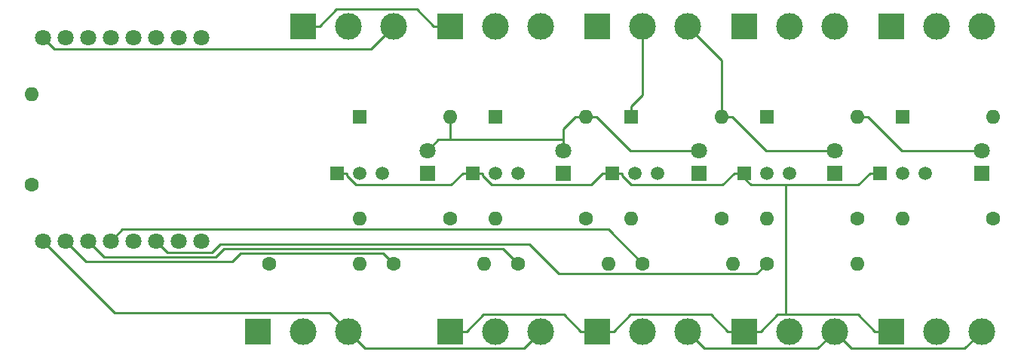
<source format=gbr>
G04 #@! TF.GenerationSoftware,KiCad,Pcbnew,(5.1.2)-2*
G04 #@! TF.CreationDate,2019-08-15T12:47:13-04:00*
G04 #@! TF.ProjectId,esp8266v1,65737038-3236-4367-9631-2e6b69636164,rev?*
G04 #@! TF.SameCoordinates,Original*
G04 #@! TF.FileFunction,Copper,L1,Top*
G04 #@! TF.FilePolarity,Positive*
%FSLAX46Y46*%
G04 Gerber Fmt 4.6, Leading zero omitted, Abs format (unit mm)*
G04 Created by KiCad (PCBNEW (5.1.2)-2) date 2019-08-15 12:47:13*
%MOMM*%
%LPD*%
G04 APERTURE LIST*
%ADD10R,1.500000X1.500000*%
%ADD11C,1.500000*%
%ADD12C,3.000000*%
%ADD13R,3.000000X3.000000*%
%ADD14C,1.800000*%
%ADD15O,1.600000X1.600000*%
%ADD16C,1.600000*%
%ADD17R,1.800000X1.800000*%
%ADD18R,1.600000X1.600000*%
%ADD19C,0.250000*%
G04 APERTURE END LIST*
D10*
X198120000Y-57150000D03*
D11*
X203200000Y-57150000D03*
X200660000Y-57150000D03*
D10*
X152400000Y-57150000D03*
D11*
X157480000Y-57150000D03*
X154940000Y-57150000D03*
D10*
X182880000Y-57150000D03*
D11*
X187960000Y-57150000D03*
X185420000Y-57150000D03*
D10*
X137160000Y-57150000D03*
D11*
X142240000Y-57150000D03*
X139700000Y-57150000D03*
D10*
X168080000Y-57150000D03*
D11*
X173160000Y-57150000D03*
X170620000Y-57150000D03*
D12*
X138430000Y-74930000D03*
X133350000Y-74930000D03*
D13*
X128270000Y-74930000D03*
D14*
X121920000Y-64770000D03*
X119380000Y-64770000D03*
X116840000Y-64770000D03*
X114300000Y-64770000D03*
X111760000Y-64770000D03*
X109220000Y-64770000D03*
X106680000Y-64770000D03*
X104140000Y-64770000D03*
X104140000Y-41910000D03*
X106680000Y-41910000D03*
X109220000Y-41910000D03*
X111760000Y-41910000D03*
X114300000Y-41910000D03*
X116840000Y-41910000D03*
X119380000Y-41910000D03*
X121920000Y-41910000D03*
D15*
X102870000Y-48260000D03*
D16*
X102870000Y-58420000D03*
D15*
X200660000Y-62230000D03*
D16*
X210820000Y-62230000D03*
D15*
X154940000Y-62230000D03*
D16*
X165100000Y-62230000D03*
D15*
X195580000Y-67310000D03*
D16*
X185420000Y-67310000D03*
D15*
X153670000Y-67310000D03*
D16*
X143510000Y-67310000D03*
D15*
X185420000Y-62230000D03*
D16*
X195580000Y-62230000D03*
D15*
X139700000Y-62230000D03*
D16*
X149860000Y-62230000D03*
D15*
X181610000Y-67310000D03*
D16*
X171450000Y-67310000D03*
D15*
X139700000Y-67310000D03*
D16*
X129540000Y-67310000D03*
D15*
X170180000Y-62230000D03*
D16*
X180340000Y-62230000D03*
D15*
X167640000Y-67310000D03*
D16*
X157480000Y-67310000D03*
D12*
X209550000Y-74930000D03*
X204470000Y-74930000D03*
D13*
X199390000Y-74930000D03*
D12*
X193040000Y-74930000D03*
X187960000Y-74930000D03*
D13*
X182880000Y-74930000D03*
D12*
X209550000Y-40640000D03*
X204470000Y-40640000D03*
D13*
X199390000Y-40640000D03*
D12*
X160020000Y-40640000D03*
X154940000Y-40640000D03*
D13*
X149860000Y-40640000D03*
D12*
X176530000Y-74930000D03*
X171450000Y-74930000D03*
D13*
X166370000Y-74930000D03*
D12*
X160020000Y-74930000D03*
X154940000Y-74930000D03*
D13*
X149860000Y-74930000D03*
D12*
X193040000Y-40640000D03*
X187960000Y-40640000D03*
D13*
X182880000Y-40640000D03*
D12*
X143510000Y-40640000D03*
X138430000Y-40640000D03*
D13*
X133350000Y-40640000D03*
D12*
X176530000Y-40640000D03*
X171450000Y-40640000D03*
D13*
X166370000Y-40640000D03*
D14*
X209550000Y-54610000D03*
D17*
X209550000Y-57150000D03*
D14*
X162560000Y-54610000D03*
D17*
X162560000Y-57150000D03*
D15*
X210820000Y-50800000D03*
D18*
X200660000Y-50800000D03*
D15*
X165100000Y-50800000D03*
D18*
X154940000Y-50800000D03*
D14*
X193040000Y-54610000D03*
D17*
X193040000Y-57150000D03*
D14*
X147320000Y-54610000D03*
D17*
X147320000Y-57150000D03*
D15*
X195580000Y-50800000D03*
D18*
X185420000Y-50800000D03*
D15*
X149860000Y-50800000D03*
D18*
X139700000Y-50800000D03*
D14*
X177800000Y-54610000D03*
D17*
X177800000Y-57150000D03*
D15*
X180340000Y-50800000D03*
D18*
X170180000Y-50800000D03*
D19*
X176530000Y-40640000D02*
X180340000Y-44450000D01*
X180340000Y-44450000D02*
X180340000Y-50800000D01*
X180340000Y-50800000D02*
X181515300Y-50800000D01*
X181515300Y-50800000D02*
X185325300Y-54610000D01*
X185325300Y-54610000D02*
X193040000Y-54610000D01*
X143510000Y-40640000D02*
X140962500Y-43187500D01*
X140962500Y-43187500D02*
X105417500Y-43187500D01*
X105417500Y-43187500D02*
X104140000Y-41910000D01*
X149860000Y-53387300D02*
X148542700Y-53387300D01*
X148542700Y-53387300D02*
X147320000Y-54610000D01*
X162560000Y-53387300D02*
X149860000Y-53387300D01*
X149860000Y-51975300D02*
X149860000Y-53387300D01*
X149860000Y-50800000D02*
X149860000Y-51975300D01*
X162560000Y-53387300D02*
X162560000Y-52164700D01*
X162560000Y-52164700D02*
X163924700Y-50800000D01*
X162560000Y-54610000D02*
X162560000Y-53387300D01*
X195580000Y-50800000D02*
X196755300Y-50800000D01*
X196755300Y-50800000D02*
X200565300Y-54610000D01*
X200565300Y-54610000D02*
X209550000Y-54610000D01*
X165100000Y-50800000D02*
X163924700Y-50800000D01*
X165100000Y-50800000D02*
X166275300Y-50800000D01*
X177800000Y-54610000D02*
X170085300Y-54610000D01*
X170085300Y-54610000D02*
X166275300Y-50800000D01*
X170180000Y-50800000D02*
X170180000Y-49624700D01*
X170180000Y-49624700D02*
X171450000Y-48354700D01*
X171450000Y-48354700D02*
X171450000Y-40640000D01*
X187537100Y-58473900D02*
X195670800Y-58473900D01*
X195670800Y-58473900D02*
X196994700Y-57150000D01*
X182317400Y-57150000D02*
X183641300Y-58473900D01*
X183641300Y-58473900D02*
X187537100Y-58473900D01*
X187537100Y-58473900D02*
X187537100Y-73054700D01*
X187537100Y-73054700D02*
X195639400Y-73054700D01*
X195639400Y-73054700D02*
X197514700Y-74930000D01*
X184755300Y-74930000D02*
X186630600Y-73054700D01*
X186630600Y-73054700D02*
X187537100Y-73054700D01*
X199390000Y-74930000D02*
X197514700Y-74930000D01*
X182880000Y-74930000D02*
X184755300Y-74930000D01*
X181942400Y-74930000D02*
X182880000Y-74930000D01*
X181942400Y-74930000D02*
X181004700Y-74930000D01*
X198120000Y-57150000D02*
X196994700Y-57150000D01*
X182317400Y-57150000D02*
X181754700Y-57150000D01*
X182880000Y-57150000D02*
X182317400Y-57150000D01*
X168080000Y-57150000D02*
X166954700Y-57150000D01*
X152400000Y-57150000D02*
X153525300Y-57150000D01*
X153525300Y-57150000D02*
X153525300Y-57431300D01*
X153525300Y-57431300D02*
X154519400Y-58425400D01*
X154519400Y-58425400D02*
X165679300Y-58425400D01*
X165679300Y-58425400D02*
X166954700Y-57150000D01*
X151837400Y-57150000D02*
X152400000Y-57150000D01*
X151837400Y-57150000D02*
X151274700Y-57150000D01*
X168080000Y-57150000D02*
X169205300Y-57150000D01*
X169205300Y-57150000D02*
X169205300Y-57431300D01*
X169205300Y-57431300D02*
X170200300Y-58426300D01*
X170200300Y-58426300D02*
X180478400Y-58426300D01*
X180478400Y-58426300D02*
X181754700Y-57150000D01*
X166370000Y-74930000D02*
X168245300Y-74930000D01*
X181004700Y-74930000D02*
X179129400Y-73054700D01*
X179129400Y-73054700D02*
X170120600Y-73054700D01*
X170120600Y-73054700D02*
X168245300Y-74930000D01*
X137160000Y-57150000D02*
X138285300Y-57150000D01*
X138285300Y-57150000D02*
X138285300Y-57431300D01*
X138285300Y-57431300D02*
X139327900Y-58473900D01*
X139327900Y-58473900D02*
X149950800Y-58473900D01*
X149950800Y-58473900D02*
X151274700Y-57150000D01*
X149860000Y-40640000D02*
X147984700Y-40640000D01*
X133350000Y-40640000D02*
X135225300Y-40640000D01*
X135225300Y-40640000D02*
X137100600Y-38764700D01*
X137100600Y-38764700D02*
X146109400Y-38764700D01*
X146109400Y-38764700D02*
X147984700Y-40640000D01*
X166370000Y-74930000D02*
X164494700Y-74930000D01*
X149860000Y-74930000D02*
X151735300Y-74930000D01*
X151735300Y-74930000D02*
X153610600Y-73054700D01*
X153610600Y-73054700D02*
X162619400Y-73054700D01*
X162619400Y-73054700D02*
X164494700Y-74930000D01*
X193040000Y-74930000D02*
X194957500Y-76847500D01*
X194957500Y-76847500D02*
X207632500Y-76847500D01*
X207632500Y-76847500D02*
X209550000Y-74930000D01*
X176530000Y-74930000D02*
X178432200Y-76832200D01*
X178432200Y-76832200D02*
X191137800Y-76832200D01*
X191137800Y-76832200D02*
X193040000Y-74930000D01*
X104140000Y-64770000D02*
X112217700Y-72847700D01*
X112217700Y-72847700D02*
X136347700Y-72847700D01*
X136347700Y-72847700D02*
X138430000Y-74930000D01*
X160020000Y-74930000D02*
X158144600Y-76805400D01*
X158144600Y-76805400D02*
X140305400Y-76805400D01*
X140305400Y-76805400D02*
X138430000Y-74930000D01*
X143510000Y-67310000D02*
X142324500Y-66124500D01*
X142324500Y-66124500D02*
X126315600Y-66124500D01*
X126315600Y-66124500D02*
X125377500Y-67062600D01*
X125377500Y-67062600D02*
X108972600Y-67062600D01*
X108972600Y-67062600D02*
X106680000Y-64770000D01*
X109220000Y-64770000D02*
X111012300Y-66562300D01*
X111012300Y-66562300D02*
X123569000Y-66562300D01*
X123569000Y-66562300D02*
X124507100Y-65624200D01*
X124507100Y-65624200D02*
X155794200Y-65624200D01*
X155794200Y-65624200D02*
X157480000Y-67310000D01*
X116840000Y-64770000D02*
X118132000Y-66062000D01*
X118132000Y-66062000D02*
X123111800Y-66062000D01*
X123111800Y-66062000D02*
X124050000Y-65123800D01*
X124050000Y-65123800D02*
X158740200Y-65123800D01*
X158740200Y-65123800D02*
X162104600Y-68488200D01*
X162104600Y-68488200D02*
X184241800Y-68488200D01*
X184241800Y-68488200D02*
X185420000Y-67310000D01*
X171450000Y-67310000D02*
X167634600Y-63494600D01*
X167634600Y-63494600D02*
X113035400Y-63494600D01*
X113035400Y-63494600D02*
X111760000Y-64770000D01*
M02*

</source>
